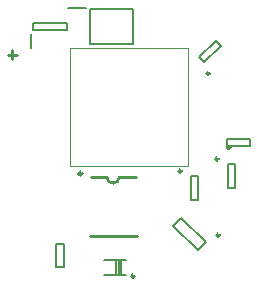
<source format=gto>
G04 Layer_Color=65535*
%FSLAX24Y24*%
%MOIN*%
G70*
G01*
G75*
%ADD32C,0.0079*%
%ADD36C,0.0039*%
%ADD37C,0.0098*%
%ADD74C,0.0100*%
D32*
X4023Y-1764D02*
X4259D01*
Y-977D01*
X4023D02*
X4259D01*
X4023Y-1764D02*
Y-977D01*
X2795Y-2165D02*
X3031D01*
Y-1378D01*
X2795D02*
X3031D01*
X2795Y-2165D02*
Y-1378D01*
X3996Y-376D02*
Y-140D01*
Y-376D02*
X4783D01*
Y-140D01*
X3996D02*
X4783D01*
X-79Y-4665D02*
X630D01*
X-79Y-4154D02*
X630D01*
X472Y-4665D02*
Y-4154D01*
X394Y-4665D02*
Y-4154D01*
X315Y-4665D02*
Y-4154D01*
X3250Y2422D02*
X3807Y2979D01*
X3083Y2589D02*
X3250Y2422D01*
X3083Y2589D02*
X3640Y3146D01*
X3807Y2979D01*
X-2476Y3740D02*
X-2476Y3504D01*
X-2476Y3740D02*
X-1334Y3740D01*
Y3504D02*
Y3740D01*
X-2476Y3504D02*
X-1334D01*
X-2535Y2894D02*
Y3366D01*
X-571Y4213D02*
X886D01*
Y3031D02*
Y4213D01*
X-571Y3031D02*
X886D01*
X-571D02*
Y4213D01*
X-1289Y4232D02*
X-709D01*
X-1443Y-4409D02*
Y-3622D01*
X-1679Y-4409D02*
X-1443D01*
X-1679Y-3622D02*
X-1679Y-4409D01*
X-1679Y-3622D02*
X-1443D01*
X2220Y-3036D02*
X2484Y-2771D01*
X2220Y-3036D02*
X3027Y-3843D01*
X3292Y-3579D01*
X2484Y-2771D02*
X3292Y-3579D01*
D36*
X-1220Y-1024D02*
Y2913D01*
X2717D01*
Y-1024D02*
Y2913D01*
X-1220Y-1024D02*
X2717D01*
D37*
X3718Y-800D02*
G03*
X3718Y-800I-49J0D01*
G01*
X2490Y-1201D02*
G03*
X2490Y-1201I-49J0D01*
G01*
X915Y-4705D02*
G03*
X915Y-4705I-49J0D01*
G01*
X3424Y2047D02*
G03*
X3424Y2047I-49J0D01*
G01*
X4117Y-420D02*
G03*
X4117Y-420I-49J0D01*
G01*
X3752Y-3335D02*
G03*
X3752Y-3335I-49J0D01*
G01*
X-3150Y2520D02*
Y2835D01*
X-3307Y2677D02*
X-2992D01*
D74*
X-814Y-1285D02*
G03*
X-814Y-1285I-67J0D01*
G01*
X-4Y-1391D02*
G03*
X422Y-1391I213J1D01*
G01*
X960D01*
X-525D02*
X-5D01*
X-570Y-3360D02*
X1005D01*
M02*

</source>
